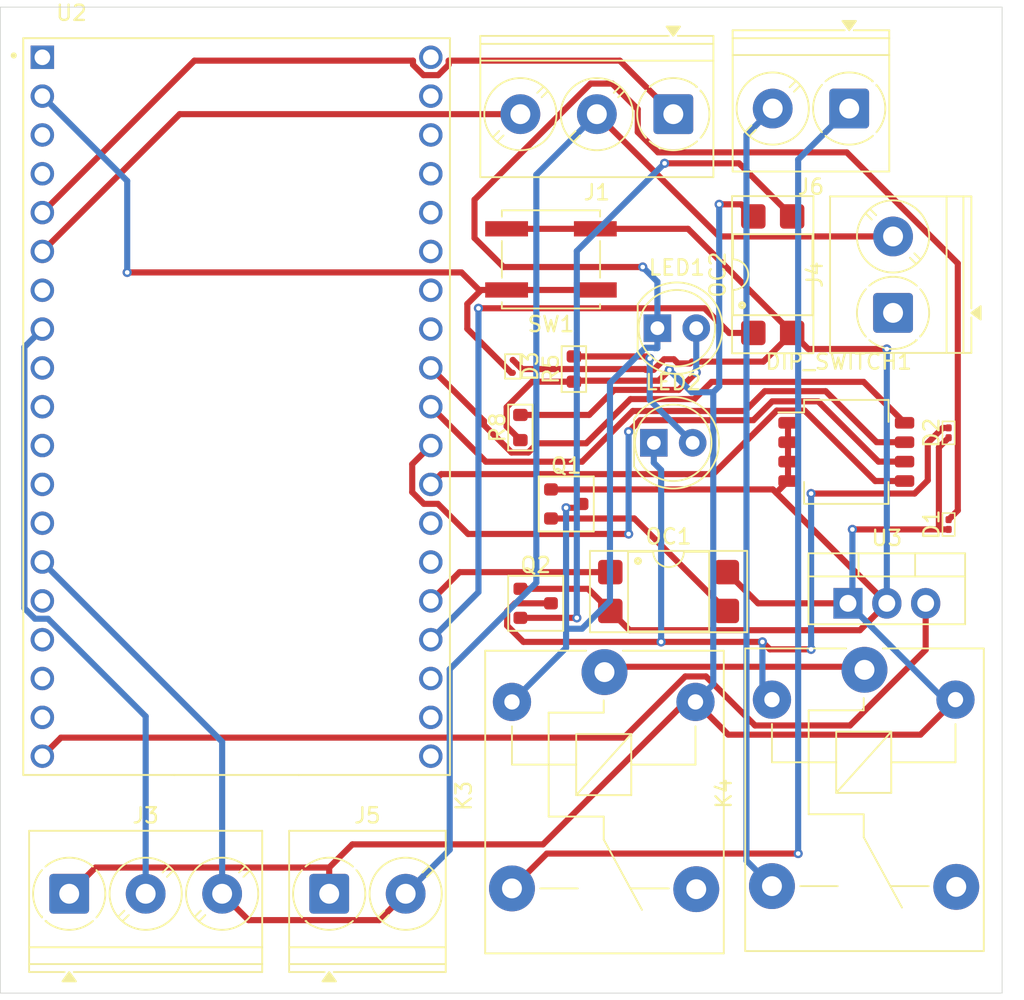
<source format=kicad_pcb>
(kicad_pcb (version 20241229) (generator "pcbnew") (generator_version "9.0")
  (layers (0 "F.Cu" signal) (2 "B.Cu" signal) (13 "F.Paste" user) (15 "B.Paste" user) (5 "F.SilkS" user "F.Silkscreen") (7 "B.SilkS" user "B.Silkscreen") (1 "F.Mask" user) (3 "B.Mask" user) (25 "Edge.Cuts" user))
  (net 0 "")
  (net 1 "/Micro_Board/12V")
  (net 2 "Net-(D1-A)")
  (net 3 "Net-(D2-A)")
  (net 4 "/Micro_Board/RST")
  (net 5 "GND")
  (net 6 "/Micro_Board/SW4")
  (net 7 "/Micro_Board/SW2")
  (net 8 "/Micro_Board/SW3")
  (net 9 "/Micro_Board/SW1")
  (net 10 "/Micro_Board/LSA")
  (net 11 "Earth")
  (net 12 "/Micro_Board/lSC")
  (net 13 "/Micro_Board/CON_IN_F")
  (net 14 "VDD")
  (net 15 "/Micro_Board/MOTOR 2")
  (net 16 "/Micro_Board/MOTOR 1")
  (net 18 "LINE")
  (net 20 "Net-(LED1-A)")
  (net 21 "Net-(LED2-A)")
  (net 22 "/Micro_Board/MICRO/MOTOR A")
  (net 23 "Net-(Q1-B)")
  (net 24 "Net-(Q2-B)")
  (net 25 "/Micro_Board/MICRO/MOTOR B")
  (net 31 "/Micro_Board/L/5V")
  (footprint "ESP32-DEVKITC-32U:MODULE_ESP32-DEVKITC-32U" (layer "F.Cu") (at 69.945 58.13)
    (property "Reference" "U2" (at -10.795 -25.75 0) (layer "F.SilkS"))
    (property "Value" "ESP32-DEVKITC-32U")
    (pad "1" thru_hole rect (at -12.7 -22.85) (size 1.53 1.53) (drill 1.02) (layers "*.Cu" "*.Mask"))
    (pad "2" thru_hole circle (at -12.7 -20.31) (size 1.53 1.53) (drill 1.02) (layers "*.Cu" "*.Mask") (net 4 "/Micro_Board/RST"))
    (pad "3" thru_hole circle (at -12.7 -17.77) (size 1.53 1.53) (drill 1.02) (layers "*.Cu" "*.Mask"))
    (pad "4" thru_hole circle (at -12.7 -15.23) (size 1.53 1.53) (drill 1.02) (layers "*.Cu" "*.Mask"))
    (pad "5" thru_hole circle (at -12.7 -12.69) (size 1.53 1.53) (drill 1.02) (layers "*.Cu" "*.Mask") (net 10 "/Micro_Board/LSA"))
    (pad "6" thru_hole circle (at -12.7 -10.15) (size 1.53 1.53) (drill 1.02) (layers "*.Cu" "*.Mask") (net 12 "/Micro_Board/lSC"))
    (pad "7" thru_hole circle (at -12.7 -7.61) (size 1.53 1.53) (drill 1.02) (layers "*.Cu" "*.Mask"))
    (pad "8" thru_hole circle (at -12.7 -5.07) (size 1.53 1.53) (drill 1.02) (layers "*.Cu" "*.Mask") (net 13 "/Micro_Board/CON_IN_F"))
    (pad "9" thru_hole circle (at -12.7 -2.53) (size 1.53 1.53) (drill 1.02) (layers "*.Cu" "*.Mask"))
    (pad "10" thru_hole circle (at -12.7 0.01) (size 1.53 1.53) (drill 1.02) (layers "*.Cu" "*.Mask"))
    (pad "11" thru_hole circle (at -12.7 2.55) (size 1.53 1.53) (drill 1.02) (layers "*.Cu" "*.Mask"))
    (pad "12" thru_hole circle (at -12.7 5.09) (size 1.53 1.53) (drill 1.02) (layers "*.Cu" "*.Mask"))
    (pad "13" thru_hole circle (at -12.7 7.63) (size 1.53 1.53) (drill 1.02) (layers "*.Cu" "*.Mask"))
    (pad "14" thru_hole circle (at -12.7 10.17) (size 1.53 1.53) (drill 1.02) (layers "*.Cu" "*.Mask") (net 11 "Earth"))
    (pad "15" thru_hole circle (at -12.7 12.71) (size 1.53 1.53) (drill 1.02) (layers "*.Cu" "*.Mask"))
    (pad "16" thru_hole circle (at -12.7 15.25) (size 1.53 1.53) (drill 1.02) (layers "*.Cu" "*.Mask"))
    (pad "17" thru_hole circle (at -12.7 17.79) (size 1.53 1.53) (drill 1.02) (layers "*.Cu" "*.Mask"))
    (pad "18" thru_hole circle (at -12.7 20.33) (size 1.53 1.53) (drill 1.02) (layers "*.Cu" "*.Mask"))
    (pad "19" thru_hole circle (at -12.7 22.87) (size 1.53 1.53) (drill 1.02) (layers "*.Cu" "*.Mask") (net 31 "/Micro_Board/L/5V"))
    (pad "20" thru_hole circle (at 12.7 22.87) (size 1.53 1.53) (drill 1.02) (layers "*.Cu" "*.Mask"))
    (pad "21" thru_hole circle (at 12.7 20.33) (size 1.53 1.53) (drill 1.02) (layers "*.Cu" "*.Mask"))
    (pad "22" thru_hole circle (at 12.7 17.79) (size 1.53 1.53) (drill 1.02) (layers "*.Cu" "*.Mask"))
    (pad "23" thru_hole circle (at 12.7 15.25) (size 1.53 1.53) (drill 1.02) (layers "*.Cu" "*.Mask") (net 25 "/Micro_Board/MICRO/MOTOR B"))
    (pad "24" thru_hole circle (at 12.7 12.71) (size 1.53 1.53) (drill 1.02) (layers "*.Cu" "*.Mask") (net 22 "/Micro_Board/MICRO/MOTOR A"))
    (pad "25" thru_hole circle (at 12.7 10.17) (size 1.53 1.53) (drill 1.02) (layers "*.Cu" "*.Mask"))
    (pad "26" thru_hole circle (at 12.7 7.63) (size 1.53 1.53) (drill 1.02) (layers "*.Cu" "*.Mask"))
    (pad "27" thru_hole circle (at 12.7 5.09) (size 1.53 1.53) (drill 1.02) (layers "*.Cu" "*.Mask") (net 6 "/Micro_Board/SW4"))
    (pad "28" thru_hole circle (at 12.7 2.55) (size 1.53 1.53) (drill 1.02) (layers "*.Cu" "*.Mask") (net 8 "/Micro_Board/SW3"))
    (pad "29" thru_hole circle (at 12.7 0.01) (size 1.53 1.53) (drill 1.02) (layers "*.Cu" "*.Mask") (net 7 "/Micro_Board/SW2"))
    (pad "30" thru_hole circle (at 12.7 -2.53) (size 1.53 1.53) (drill 1.02) (layers "*.Cu" "*.Mask") (net 9 "/Micro_Board/SW1"))
    (pad "31" thru_hole circle (at 12.7 -5.07) (size 1.53 1.53) (drill 1.02) (layers "*.Cu" "*.Mask"))
    (pad "32" thru_hole circle (at 12.7 -7.61) (size 1.53 1.53) (drill 1.02) (layers "*.Cu" "*.Mask"))
    (pad "33" thru_hole circle (at 12.7 -10.15) (size 1.53 1.53) (drill 1.02) (layers "*.Cu" "*.Mask"))
    (pad "34" thru_hole circle (at 12.7 -12.69) (size 1.53 1.53) (drill 1.02) (layers "*.Cu" "*.Mask"))
    (pad "35" thru_hole circle (at 12.7 -15.23) (size 1.53 1.53) (drill 1.02) (layers "*.Cu" "*.Mask"))
    (pad "36" thru_hole circle (at 12.7 -17.77) (size 1.53 1.53) (drill 1.02) (layers "*.Cu" "*.Mask"))
    (pad "37" thru_hole circle (at 12.7 -20.31) (size 1.53 1.53) (drill 1.02) (layers "*.Cu" "*.Mask"))
    (pad "38" thru_hole circle (at 12.7 -22.85) (size 1.53 1.53) (drill 1.02) (layers "*.Cu" "*.Mask"))
  )
  (footprint "LED_THT:LED_D5.0mm" (layer "F.Cu") (at 97.46 53)
    (property "Reference" "LED1" (at 1.27 -3.96 0) (layer "F.SilkS"))
    (property "Value" "LED_0603_Red")
    (pad "1" thru_hole rect (at 0 0) (size 1.8 1.8) (drill 0.9) (layers "*.Cu" "*.Mask") (net 2 "Net-(D1-A)"))
    (pad "2" thru_hole circle (at 2.54 0) (size 1.8 1.8) (drill 0.9) (layers "*.Cu" "*.Mask") (net 20 "Net-(LED1-A)"))
  )
  (footprint "LED_THT:LED_D5.0mm" (layer "F.Cu") (at 97.225 60.5)
    (property "Reference" "LED2" (at 1.27 -3.96 0) (layer "F.SilkS"))
    (property "Value" "LED_0603_Red")
    (pad "1" thru_hole rect (at 0 0) (size 1.8 1.8) (drill 0.9) (layers "*.Cu" "*.Mask") (net 3 "Net-(D2-A)"))
    (pad "2" thru_hole circle (at 2.54 0) (size 1.8 1.8) (drill 0.9) (layers "*.Cu" "*.Mask") (net 21 "Net-(LED2-A)"))
  )
  (footprint "PCM_Resistor_SMD_AKL:R_0603_1608Metric" (layer "F.Cu") (at 92 55.675 90)
    (property "Reference" "R5" (at 0 -1.5 90) (layer "F.SilkS"))
    (property "Value" "2k" (hide yes))
    (pad "1" smd roundrect (at -0.825 0 90) (size 0.8 0.95) (layers "F.Cu" "F.Mask" "F.Paste") (net 1 "/Micro_Board/12V"))
    (pad "2" smd roundrect (at 0.825 0 90) (size 0.8 0.95) (layers "F.Cu" "F.Mask" "F.Paste") (net 21 "Net-(LED2-A)"))
  )
  (footprint "PCM_Package_TO_SOT_SMD_AKL:SOT-23" (layer "F.Cu") (at 89.5 71)
    (property "Reference" "Q2" (at 0 -2.5 0) (layer "F.SilkS"))
    (property "Value" "2N2219" (hide yes))
    (pad "1" smd roundrect (at -1 -0.95) (size 0.9 0.8) (layers "F.Cu" "F.Mask" "F.Paste") (net 5 "GND"))
    (pad "2" smd roundrect (at -1 0.95) (size 0.9 0.8) (layers "F.Cu" "F.Mask" "F.Paste") (net 24 "Net-(Q2-B)"))
    (pad "3" smd roundrect (at 1 0) (size 0.9 0.8) (layers "F.Cu" "F.Mask" "F.Paste") (net 3 "Net-(D2-A)"))
  )
  (footprint "Relay_THT:Relay_SPDT_SANYOU_SRD_Series_Form_C" (layer "F.Cu") (at 94 75.5 -90)
    (property "Reference" "K3" (at 8.1 9.2 90) (layer "F.SilkS"))
    (property "Value" "SANYOU_SRD_Form_C")
    (pad "1" thru_hole circle (at 0 0) (size 3 3) (drill 1.3) (layers "*.Cu" "*.Mask") (net 18 "LINE"))
    (pad "2" thru_hole circle (at 1.95 6.05) (size 2.5 2.5) (drill 1) (layers "*.Cu" "*.Mask") (net 2 "Net-(D1-A)"))
    (pad "3" thru_hole circle (at 14.15 6.05) (size 3 3) (drill 1.3) (layers "*.Cu" "*.Mask") (net 16 "/Micro_Board/MOTOR 1"))
    (pad "4" thru_hole circle (at 14.2 -6) (size 3 3) (drill 1.3) (layers "*.Cu" "*.Mask"))
    (pad "5" thru_hole circle (at 1.95 -5.95) (size 2.5 2.5) (drill 1) (layers "*.Cu" "*.Mask") (net 1 "/Micro_Board/12V"))
  )
  (footprint "TerminalBlock_Phoenix:TerminalBlock_Phoenix_PT-1,5-3-5.0-H_1x03_P5.00mm_Horizontal" (layer "F.Cu") (at 98.5 39 180)
    (property "Reference" "J1" (at 5 -5.12 0) (layer "F.SilkS"))
    (property "Value" "Screw_Terminal_01x03")
    (pad "1" thru_hole roundrect (at 0 0 180) (size 2.6 2.6) (drill 1.3) (layers "*.Cu" "*.Mask") (roundrect_rratio 0.096154) (net 10 "/Micro_Board/LSA"))
    (pad "2" thru_hole circle (at 5 0 180) (size 2.6 2.6) (drill 1.3) (layers "*.Cu" "*.Mask") (net 11 "Earth"))
    (pad "3" thru_hole circle (at 10 0 180) (size 2.6 2.6) (drill 1.3) (layers "*.Cu" "*.Mask") (net 12 "/Micro_Board/lSC"))
  )
  (footprint "PCM_Resistor_SMD_AKL:R_0603_1608Metric" (layer "F.Cu") (at 88.5 59.5 90)
    (property "Reference" "R8" (at 0 -1.5 90) (layer "F.SilkS"))
    (property "Value" "2k" (hide yes))
    (pad "1" smd roundrect (at -0.825 0 90) (size 0.8 0.95) (layers "F.Cu" "F.Mask" "F.Paste") (net 1 "/Micro_Board/12V"))
    (pad "2" smd roundrect (at 0.825 0 90) (size 0.8 0.95) (layers "F.Cu" "F.Mask" "F.Paste") (net 20 "Net-(LED1-A)"))
  )
  (footprint "TerminalBlock_Phoenix:TerminalBlock_Phoenix_PT-1,5-3-5.0-H_1x03_P5.00mm_Horizontal" (layer "F.Cu") (at 59 90)
    (property "Reference" "J3" (at 5 -5.12 0) (layer "F.SilkS"))
    (property "Value" "Screw_Terminal_01x03")
    (pad "1" thru_hole roundrect (at 0 0) (size 2.6 2.6) (drill 1.3) (layers "*.Cu" "*.Mask") (roundrect_rratio 0.096154) (net 1 "/Micro_Board/12V"))
    (pad "2" thru_hole circle (at 5 0) (size 2.6 2.6) (drill 1.3) (layers "*.Cu" "*.Mask") (net 13 "/Micro_Board/CON_IN_F"))
    (pad "3" thru_hole circle (at 10 0) (size 2.6 2.6) (drill 1.3) (layers "*.Cu" "*.Mask") (net 11 "Earth"))
  )
  (footprint "Button_Switch_SMD:SW_DIP_SPSTx04_Slide_KingTek_DSHP04TS_W7.62mm_P1.27mm" (layer "F.Cu") (at 109.81 61.095)
    (property "Reference" "DIP_SWITCH1" (at -0.5 -5.9 0) (layer "F.SilkS"))
    (property "Value" "SW_DIP_x04")
    (pad "1" smd roundrect (at -3.81 -1.905) (size 1.27 0.76) (layers "F.Cu" "F.Mask" "F.Paste") (net 5 "GND"))
    (pad "2" smd roundrect (at -3.81 -0.635) (size 1.27 0.76) (layers "F.Cu" "F.Mask" "F.Paste") (net 5 "GND"))
    (pad "3" smd roundrect (at -3.81 0.635) (size 1.27 0.76) (layers "F.Cu" "F.Mask" "F.Paste") (net 5 "GND"))
    (pad "4" smd roundrect (at -3.81 1.905) (size 1.27 0.76) (layers "F.Cu" "F.Mask" "F.Paste") (net 5 "GND"))
    (pad "5" smd roundrect (at 3.81 1.905) (size 1.27 0.76) (layers "F.Cu" "F.Mask" "F.Paste") (net 6 "/Micro_Board/SW4"))
    (pad "6" smd roundrect (at 3.81 0.635) (size 1.27 0.76) (layers "F.Cu" "F.Mask" "F.Paste") (net 8 "/Micro_Board/SW3"))
    (pad "7" smd roundrect (at 3.81 -0.635) (size 1.27 0.76) (layers "F.Cu" "F.Mask" "F.Paste") (net 7 "/Micro_Board/SW2"))
    (pad "8" smd roundrect (at 3.81 -1.905) (size 1.27 0.76) (layers "F.Cu" "F.Mask" "F.Paste") (net 9 "/Micro_Board/SW1"))
  )
  (footprint "PCM_Package_TO_SOT_SMD_AKL:SOT-23" (layer "F.Cu") (at 91.5 64.5)
    (property "Reference" "Q1" (at 0 -2.5 0) (layer "F.SilkS"))
    (property "Value" "2N2219" (hide yes))
    (pad "1" smd roundrect (at -1 -0.95) (size 0.9 0.8) (layers "F.Cu" "F.Mask" "F.Paste") (net 5 "GND"))
    (pad "2" smd roundrect (at -1 0.95) (size 0.9 0.8) (layers "F.Cu" "F.Mask" "F.Paste") (net 23 "Net-(Q1-B)"))
    (pad "3" smd roundrect (at 1 0) (size 0.9 0.8) (layers "F.Cu" "F.Mask" "F.Paste") (net 2 "Net-(D1-A)"))
  )
  (footprint "PCM_Package_DIP_AKL:DIP-4_W7.62mm_SMDSocket_SmallPads" (layer "F.Cu") (at 105 49.5 90)
    (property "Reference" "OC2" (at 0 -3.6 90) (layer "F.SilkS"))
    (property "Value" "PC817" (hide yes))
    (pad "1" smd roundrect (at -3.81 -1.27 90) (size 1.6 1.6) (layers "F.Cu" "F.Mask" "F.Paste") (roundrect_rratio 0.15625) (net 25 "/Micro_Board/MICRO/MOTOR B"))
    (pad "2" smd roundrect (at -3.81 1.27 90) (size 1.6 1.6) (layers "F.Cu" "F.Mask" "F.Paste") (roundrect_rratio 0.15625) (net 5 "GND"))
    (pad "3" smd roundrect (at 3.81 1.27 90) (size 1.6 1.6) (layers "F.Cu" "F.Mask" "F.Paste") (roundrect_rratio 0.15625) (net 24 "Net-(Q2-B)"))
    (pad "4" smd roundrect (at 3.81 -1.27 90) (size 1.6 1.6) (layers "F.Cu" "F.Mask" "F.Paste") (roundrect_rratio 0.15625) (net 1 "/Micro_Board/12V"))
  )
  (footprint "Button_Switch_SMD:SW_Push_1P1T_NO_CK_KSC7xxJ" (layer "F.Cu") (at 90.5 48.5)
    (property "Reference" "SW1" (at 0 4.24 0) (layer "F.SilkS"))
    (property "Value" "SW_Push")
    (pad "1" smd rect (at -2.9 -2) (size 2.8 1) (layers "F.Cu" "F.Mask" "F.Paste") (net 5 "GND"))
    (pad "1" smd rect (at 2.9 -2) (size 2.8 1) (layers "F.Cu" "F.Mask" "F.Paste") (net 5 "GND"))
    (pad "2" smd rect (at -2.9 2) (size 2.8 1) (layers "F.Cu" "F.Mask" "F.Paste") (net 4 "/Micro_Board/RST"))
    (pad "2" smd rect (at 2.9 2) (size 2.8 1) (layers "F.Cu" "F.Mask" "F.Paste") (net 4 "/Micro_Board/RST"))
  )
  (footprint "PCM_Diode_SMD_AKL:D_SOD-923_TVS" (layer "F.Cu") (at 88 55.5 -90)
    (property "Reference" "D3" (at 0 -1.143 90) (layer "F.SilkS"))
    (property "Value" "ESD9B3.3" (hide yes))
    (pad "1" smd roundrect (at -0.42 0 90) (size 0.36 0.25) (layers "F.Cu" "F.Mask" "F.Paste") (net 5 "GND"))
    (pad "2" smd roundrect (at 0.42 0 90) (size 0.36 0.25) (layers "F.Cu" "F.Mask" "F.Paste") (net 4 "/Micro_Board/RST"))
  )
  (footprint "TerminalBlock_Phoenix:TerminalBlock_Phoenix_PT-1,5-2-5.0-H_1x02_P5.00mm_Horizontal" (layer "F.Cu") (at 110 38.6325 180)
    (property "Reference" "J6" (at 2.5 -5.12 0) (layer "F.SilkS"))
    (property "Value" "Screw_Terminal_01x02")
    (pad "1" thru_hole roundrect (at 0 0 180) (size 2.6 2.6) (drill 1.3) (layers "*.Cu" "*.Mask") (roundrect_rratio 0.096154) (net 16 "/Micro_Board/MOTOR 1"))
    (pad "2" thru_hole circle (at 5 0 180) (size 2.6 2.6) (drill 1.3) (layers "*.Cu" "*.Mask") (net 15 "/Micro_Board/MOTOR 2"))
  )
  (footprint "PCM_Diode_SMD_AKL:D_0201_0603Metric_TVS" (layer "F.Cu") (at 116.5 59.845 90)
    (property "Reference" "D2" (at 0 -1.1176 90) (layer "F.SilkS"))
    (property "Value" "1N914BWS" (hide yes))
    (pad "1" smd roundrect (at -0.32 0 90) (size 0.46 0.4) (layers "F.Cu" "F.Mask") (net 1 "/Micro_Board/12V"))
    (pad "2" smd roundrect (at 0.32 0 90) (size 0.46 0.4) (layers "F.Cu" "F.Mask") (net 3 "Net-(D2-A)"))
  )
  (footprint "TerminalBlock_Phoenix:TerminalBlock_Phoenix_PT-1,5-2-5.0-H_1x02_P5.00mm_Horizontal" (layer "F.Cu") (at 112.8675 52 90)
    (property "Reference" "J4" (at 2.5 -5.12 90) (layer "F.SilkS"))
    (property "Value" "Screw_Terminal_01x02")
    (pad "1" thru_hole roundrect (at 0 0 90) (size 2.6 2.6) (drill 1.3) (layers "*.Cu" "*.Mask") (roundrect_rratio 0.096154) (net 14 "VDD"))
    (pad "2" thru_hole circle (at 5 0 90) (size 2.6 2.6) (drill 1.3) (layers "*.Cu" "*.Mask") (net 11 "Earth"))
  )
  (footprint "TerminalBlock_Phoenix:TerminalBlock_Phoenix_PT-1,5-2-5.0-H_1x02_P5.00mm_Horizontal" (layer "F.Cu") (at 76 90)
    (property "Reference" "J5" (at 2.5 -5.12 0) (layer "F.SilkS"))
    (property "Value" "Screw_Terminal_01x02")
    (pad "1" thru_hole roundrect (at 0 0) (size 2.6 2.6) (drill 1.3) (layers "*.Cu" "*.Mask") (roundrect_rratio 0.096154) (net 1 "/Micro_Board/12V"))
    (pad "2" thru_hole circle (at 5 0) (size 2.6 2.6) (drill 1.3) (layers "*.Cu" "*.Mask") (net 11 "Earth"))
  )
  (footprint "PCM_Package_DIP_AKL:DIP-4_W7.62mm_SMDSocket_SmallPads" (layer "F.Cu") (at 98.19 70.23)
    (property "Reference" "OC1" (at 0 -3.6 0) (layer "F.SilkS"))
    (property "Value" "PC817" (hide yes))
    (pad "1" smd roundrect (at -3.81 -1.27) (size 1.6 1.6) (layers "F.Cu" "F.Mask" "F.Paste") (roundrect_rratio 0.15625) (net 22 "/Micro_Board/MICRO/MOTOR A"))
    (pad "2" smd roundrect (at -3.81 1.27) (size 1.6 1.6) (layers "F.Cu" "F.Mask" "F.Paste") (roundrect_rratio 0.15625) (net 5 "GND"))
    (pad "3" smd roundrect (at 3.81 1.27) (size 1.6 1.6) (layers "F.Cu" "F.Mask" "F.Paste") (roundrect_rratio 0.15625) (net 23 "Net-(Q1-B)"))
    (pad "4" smd roundrect (at 3.81 -1.27) (size 1.6 1.6) (layers "F.Cu" "F.Mask" "F.Paste") (roundrect_rratio 0.15625) (net 1 "/Micro_Board/12V"))
  )
  (footprint "PCM_Diode_SMD_AKL:D_0201_0603Metric_TVS" (layer "F.Cu") (at 116.5 65.845 90)
    (property "Reference" "D1" (at 0 -1.1176 90) (layer "F.SilkS"))
    (property "Value" "1N914BWS" (hide yes))
    (pad "1" smd roundrect (at -0.32 0 90) (size 0.46 0.4) (layers "F.Cu" "F.Mask") (net 1 "/Micro_Board/12V"))
    (pad "2" smd roundrect (at 0.32 0 90) (size 0.46 0.4) (layers "F.Cu" "F.Mask") (net 2 "Net-(D1-A)"))
  )
  (footprint "Relay_THT:Relay_SPDT_SANYOU_SRD_Series_Form_C" (layer "F.Cu") (at 111 75.35 -90)
    (property "Reference" "K4" (at 8.1 9.2 90) (layer "F.SilkS"))
    (property "Value" "SANYOU_SRD_Form_C")
    (pad "1" thru_hole circle (at 0 0) (size 3 3) (drill 1.3) (layers "*.Cu" "*.Mask") (net 18 "LINE"))
    (pad "2" thru_hole circle (at 1.95 6.05) (size 2.5 2.5) (drill 1) (layers "*.Cu" "*.Mask") (net 3 "Net-(D2-A)"))
    (pad "3" thru_hole circle (at 14.15 6.05) (size 3 3) (drill 1.3) (layers "*.Cu" "*.Mask") (net 15 "/Micro_Board/MOTOR 2"))
    (pad "4" thru_hole circle (at 14.2 -6) (size 3 3) (drill 1.3) (layers "*.Cu" "*.Mask"))
    (pad "5" thru_hole circle (at 1.95 -5.95) (size 2.5 2.5) (drill 1) (layers "*.Cu" "*.Mask") (net 1 "/Micro_Board/12V"))
  )
  (footprint "PCM_Package_TO_SOT_THT_AKL:TO-220-3_Vertical" (layer "F.Cu") (at 109.92 71)
    (property "Reference" "U3" (at 2.54 -4.27 0) (layer "F.SilkS"))
    (property "Value" "LM7805CT" (hide yes))
    (pad "1" thru_hole rect (at 0 0) (size 1.905 2) (drill 1.1) (layers "*.Cu" "*.Mask") (net 1 "/Micro_Board/12V"))
    (pad "2" thru_hole oval (at 2.54 0) (size 1.905 2) (drill 1.1) (layers "*.Cu" "*.Mask") (net 5 "GND"))
    (pad "3" thru_hole oval (at 5.08 0) (size 1.905 2) (drill 1.1) (layers "*.Cu" "*.Mask") (net 31 "/Micro_Board/L/5V"))
  )
  (gr_line (start 120 96.5) (end 54.5 96.5) (stroke (width 0.05)) (layer "Edge.Cuts"))
  (gr_line (start 54.5 96.5) (end 54.5 32) (stroke (width 0.05)) (layer "Edge.Cuts"))
  (gr_line (start 54.5 32) (end 120 32) (stroke (width 0.05)) (layer "Edge.Cuts"))
  (gr_line (start 120 32) (end 120 96.5) (stroke (width 0.05)) (layer "Edge.Cuts"))
  (segment (start 115.8644 60.8006) (end 115.8644 66.165) (width 0.4) (layer "F.Cu") (net 1))
  (segment (start 60.7162 88.2838) (end 59 90) (width 0.4) (layer "F.Cu") (net 1))
  (segment (start 97.5409 56.4354) (end 92.0646 56.4354) (width 0.4) (layer "F.Cu") (net 1))
  (segment (start 92.0646 56.4354) (end 92 56.5) (width 0.4) (layer "F.Cu") (net 1))
  (segment (start 114.658 79.5915) (end 116.95 77.3) (width 0.4) (layer "F.Cu") (net 1))
  (segment (start 87.603 58.1664) (end 87.603 59.428) (width 0.4) (layer "F.Cu") (net 1))
  (segment (start 99.2992 77.45) (end 89.9796 86.7696) (width 0.4) (layer "F.Cu") (net 1))
  (segment (start 116.5 66.165) (end 115.8644 66.165) (width 0.4) (layer "F.Cu") (net 1))
  (segment (start 102.092 79.5915) (end 114.658 79.5915) (width 0.4) (layer "F.Cu") (net 1))
  (segment (start 98.2427 55.7336) (end 97.5409 56.4354) (width 0.4) (layer "F.Cu") (net 1))
  (segment (start 92 56.5) (end 89.2694 56.5) (width 0.4) (layer "F.Cu") (net 1))
  (segment (start 116.5 60.165) (end 115.8644 60.8006) (width 0.4) (layer "F.Cu") (net 1))
  (segment (start 104.04 71) (end 102 68.96) (width 0.4) (layer "F.Cu") (net 1))
  (segment (start 89.9796 86.7696) (end 77.5142 86.7696) (width 0.4) (layer "F.Cu") (net 1))
  (segment (start 76 88.2838) (end 60.7162 88.2838) (width 0.4) (layer "F.Cu") (net 1))
  (segment (start 102.939 44.8991) (end 101.5 44.8991) (width 0.4) (layer "F.Cu") (net 1))
  (segment (start 77.5142 86.7696) (end 76 88.2838) (width 0.4) (layer "F.Cu") (net 1))
  (segment (start 99.95 77.45) (end 102.092 79.5915) (width 0.4) (layer "F.Cu") (net 1))
  (segment (start 87.603 59.428) (end 88.5 60.325) (width 0.4) (layer "F.Cu") (net 1))
  (segment (start 76 88.2838) (end 76 90) (width 0.4) (layer "F.Cu") (net 1))
  (segment (start 109.92 71) (end 104.04 71) (width 0.4) (layer "F.Cu") (net 1))
  (segment (start 103.73 45.69) (end 102.939 44.8991) (width 0.4) (layer "F.Cu") (net 1))
  (segment (start 115.8644 66.165) (end 110.2098 66.165) (width 0.4) (layer "F.Cu") (net 1))
  (segment (start 99.95 77.45) (end 99.2992 77.45) (width 0.4) (layer "F.Cu") (net 1))
  (segment (start 89.2694 56.5) (end 87.603 58.1664) (width 0.4) (layer "F.Cu") (net 1))
  (via (at 101.5 44.8991) (size 0.6) (drill 0.3) (layers "F.Cu" "B.Cu") (net 1))
  (via (at 98.2427 55.7336) (size 0.6) (drill 0.3) (layers "F.Cu" "B.Cu") (net 1))
  (via (at 110.2098 66.165) (size 0.6) (drill 0.3) (layers "F.Cu" "B.Cu") (net 1))
  (segment (start 99.95 77.45) (end 101.112 76.2875) (width 0.4) (layer "B.Cu") (net 1))
  (segment (start 99.7004 57.1913) (end 98.2427 55.7336) (width 0.4) (layer "B.Cu") (net 1))
  (segment (start 101.5 44.8991) (end 101.5 56.8038) (width 0.4) (layer "B.Cu") (net 1))
  (segment (start 116.22 77.3) (end 116.95 77.3) (width 0.4) (layer "B.Cu") (net 1))
  (segment (start 101.5 56.8038) (end 101.112 57.1913) (width 0.4) (layer "B.Cu") (net 1))
  (segment (start 109.92 71) (end 110.2098 71.2898) (width 0.4) (layer "B.Cu") (net 1))
  (segment (start 110.2098 71.2898) (end 116.22 77.3) (width 0.4) (layer "B.Cu") (net 1))
  (segment (start 101.112 57.1913) (end 99.7004 57.1913) (width 0.4) (layer "B.Cu") (net 1))
  (segment (start 110.2098 71.2898) (end 110.2098 66.165) (width 0.4) (layer "B.Cu") (net 1))
  (segment (start 101.112 76.2875) (end 101.112 57.1913) (width 0.4) (layer "B.Cu") (net 1))
  (segment (start 93.094422 37) (end 85.5 44.594422) (width 0.4) (layer "F.Cu") (net 2))
  (segment (start 117.101 64.924) (end 117.101 48.76108) (width 0.4) (layer "F.Cu") (net 2))
  (segment (start 96.174971 40.174971) (end 96.174971 38.674971) (width 0.4) (layer "F.Cu") (net 2))
  (segment (start 91.4876 64.7495) (end 92.2505 64.7495) (width 0.4) (layer "F.Cu") (net 2))
  (segment (start 96.174971 38.674971) (end 94.5 37) (width 0.4) (layer "F.Cu") (net 2))
  (segment (start 117.101 48.76108) (end 109.83992 41.5) (width 0.4) (layer "F.Cu") (net 2))
  (segment (start 87.398 49) (end 96.5 49) (width 0.4) (layer "F.Cu") (net 2))
  (segment (start 109.83992 41.5) (end 97.5 41.5) (width 0.4) (layer "F.Cu") (net 2))
  (segment (start 92.2505 64.7495) (end 92.5 64.5) (width 0.4) (layer "F.Cu") (net 2))
  (segment (start 85.5 44.594422) (end 85.5 47.102) (width 0.4) (layer "F.Cu") (net 2))
  (segment (start 97.5 41.5) (end 96.174971 40.174971) (width 0.4) (layer "F.Cu") (net 2))
  (segment (start 85.5 47.102) (end 87.398 49) (width 0.4) (layer "F.Cu") (net 2))
  (segment (start 94.5 37) (end 93.094422 37) (width 0.4) (layer "F.Cu") (net 2))
  (segment (start 116.5 65.525) (end 117.101 64.924) (width 0.4) (layer "F.Cu") (net 2))
  (via (at 96.5 49) (size 0.6) (drill 0.3) (layers "F.Cu" "B.Cu") (net 2))
  (via (at 91.4876 64.7495) (size 0.6) (drill 0.3) (layers "F.Cu" "B.Cu") (net 2))
  (segment (start 94.3572 56.593) (end 94.3572 70.8377) (width 0.4) (layer "B.Cu") (net 2))
  (segment (start 96.6684 54.2818) (end 94.3572 56.593) (width 0.4) (layer "B.Cu") (net 2))
  (segment (start 94.3572 70.8377) (end 92.5334 72.6615) (width 0.4) (layer "B.Cu") (net 2))
  (segment (start 97.46 49.96) (end 97.46 53) (width 0.4) (layer "B.Cu") (net 2))
  (segment (start 97.46 53) (end 97.46 54.3017) (width 0.4) (layer "B.Cu") (net 2))
  (segment (start 96.5 49) (end 97.46 49.96) (width 0.4) (layer "B.Cu") (net 2))
  (segment (start 91.4876 73.9124) (end 91.4876 72.6615) (width 0.4) (layer "B.Cu") (net 2))
  (segment (start 97.2694 54.3017) (end 97.2495 54.2818) (width 0.4) (layer "B.Cu") (net 2))
  (segment (start 97.46 54.3017) (end 97.2694 54.3017) (width 0.4) (layer "B.Cu") (net 2))
  (segment (start 87.95 77.45) (end 91.4876 73.9124) (width 0.4) (layer "B.Cu") (net 2))
  (segment (start 91.4876 72.6615) (end 91.4876 64.7495) (width 0.4) (layer "B.Cu") (net 2))
  (segment (start 92.5334 72.6615) (end 91.4876 72.6615) (width 0.4) (layer "B.Cu") (net 2))
  (segment (start 97.2495 54.2818) (end 96.6684 54.2818) (width 0.4) (layer "B.Cu") (net 2))
  (segment (start 87.6336 71.5114) (end 88.145 71) (width 0.4) (layer "F.Cu") (net 3))
  (segment (start 116.1166 59.525) (end 115.1386 60.503) (width 0.4) (layer "F.Cu") (net 3))
  (segment (start 97.7028 73.5237) (end 88.6982 73.5237) (width 0.4) (layer "F.Cu") (net 3))
  (segment (start 116.5 59.525) (end 116.1166 59.525) (width 0.4) (layer "F.Cu") (net 3))
  (segment (start 88.145 71) (end 90.5 71) (width 0.4) (layer "F.Cu") (net 3))
  (segment (start 88.6982 73.5237) (end 87.6336 72.4591) (width 0.4) (layer "F.Cu") (net 3))
  (segment (start 104.8128 74.0105) (end 104.326 73.5237) (width 0.4) (layer "F.Cu") (net 3))
  (segment (start 87.6336 72.4591) (end 87.6336 71.5114) (width 0.4) (layer "F.Cu") (net 3))
  (segment (start 97.7028 73.5237) (end 104.326 73.5237) (width 0.4) (layer "F.Cu") (net 3))
  (segment (start 114.2762 63.818) (end 107.5086 63.818) (width 0.4) (layer "F.Cu") (net 3))
  (segment (start 115.1386 62.9556) (end 114.2762 63.818) (width 0.4) (layer "F.Cu") (net 3))
  (segment (start 115.1386 60.503) (end 115.1386 62.9556) (width 0.4) (layer "F.Cu") (net 3))
  (segment (start 107.5086 74.0105) (end 104.8128 74.0105) (width 0.4) (layer "F.Cu") (net 3))
  (via (at 97.7028 73.5237) (size 0.6) (drill 0.3) (layers "F.Cu" "B.Cu") (net 3))
  (via (at 107.5086 74.0105) (size 0.6) (drill 0.3) (layers "F.Cu" "B.Cu") (net 3))
  (via (at 107.5086 63.818) (size 0.6) (drill 0.3) (layers "F.Cu" "B.Cu") (net 3))
  (via (at 104.326 73.5237) (size 0.6) (drill 0.3) (layers "F.Cu" "B.Cu") (net 3))
  (segment (start 104.95 77.3) (end 104.326 76.6759) (width 0.4) (layer "B.Cu") (net 3))
  (segment (start 97.7028 62.2795) (end 97.7028 73.5237) (width 0.4) (layer "B.Cu") (net 3))
  (segment (start 104.326 76.6759) (end 104.326 73.5237) (width 0.4) (layer "B.Cu") (net 3))
  (segment (start 107.5086 74.0105) (end 107.5086 63.818) (width 0.4) (layer "B.Cu") (net 3))
  (segment (start 97.225 60.5) (end 97.225 61.8017) (width 0.4) (layer "B.Cu") (net 3))
  (segment (start 97.225 61.8017) (end 97.7028 62.2795) (width 0.4) (layer "B.Cu") (net 3))
  (segment (start 85.7983 50.5) (end 84.6516 49.3533) (width 0.4) (layer "F.Cu") (net 4))
  (segment (start 85.0306 53.0446) (end 85.0306 51.4121) (width 0.4) (layer "F.Cu") (net 4))
  (segment (start 88 55.92) (end 88 55.9201) (width 0.4) (layer "F.Cu") (net 4))
  (segment (start 84.6516 49.3533) (end 62.7917 49.3533) (width 0.4) (layer "F.Cu") (net 4))
  (segment (start 88 55.9201) (end 87.9061 55.9201) (width 0.4) (layer "F.Cu") (net 4))
  (segment (start 85.9427 50.5) (end 87.6 50.5) (width 0.4) (layer "F.Cu") (net 4))
  (segment (start 85.9427 50.5) (end 85.7983 50.5) (width 0.4) (layer "F.Cu") (net 4))
  (segment (start 85.0306 51.4121) (end 85.9427 50.5) (width 0.4) (layer "F.Cu") (net 4))
  (segment (start 87.9061 55.9201) (end 85.0306 53.0446) (width 0.4) (layer "F.Cu") (net 4))
  (segment (start 93.4 50.5) (end 87.6 50.5) (width 0.4) (layer "F.Cu") (net 4))
  (via (at 62.7917 49.3533) (size 0.6) (drill 0.3) (layers "F.Cu" "B.Cu") (net 4))
  (segment (start 62.7917 43.3667) (end 62.7917 49.3533) (width 0.4) (layer "B.Cu") (net 4))
  (segment (start 57.245 37.82) (end 62.7917 43.3667) (width 0.4) (layer "B.Cu") (net 4))
  (segment (start 106.27 53.31) (end 104.391 55.1889) (width 0.4) (layer "F.Cu") (net 5))
  (segment (start 105.23 63.77) (end 112.46 71) (width 0.4) (layer "F.Cu") (net 5))
  (segment (start 96.7112 55.728) (end 96.6582 55.675) (width 0.4) (layer "F.Cu") (net 5))
  (segment (start 99.7095 55.1889) (end 99.59 55.3084) (width 0.4) (layer "F.Cu") (net 5))
  (segment (start 99.46 46.5) (end 106.27 53.31) (width 0.4) (layer "F.Cu") (net 5))
  (segment (start 97.9031 55.0319) (end 97.207 55.728) (width 0.4) (layer "F.Cu") (net 5))
  (segment (start 106 63) (end 106 61.73) (width 0.4) (layer "F.Cu") (net 5))
  (segment (start 106 60.46) (end 106 59.19) (width 0.4) (layer "F.Cu") (net 5))
  (segment (start 93.4 46.5) (end 99.46 46.5) (width 0.4) (layer "F.Cu") (net 5))
  (segment (start 94.38 71.5) (end 95.6397 72.7597) (width 0.4) (layer "F.Cu") (net 5))
  (segment (start 90.5 63.55) (end 105.01 63.55) (width 0.4) (layer "F.Cu") (net 5))
  (segment (start 88.6058 55.675) (end 88.0108 55.08) (width 0.4) (layer "F.Cu") (net 5))
  (segment (start 92.93 70.05) (end 94.38 71.5) (width 0.4) (layer "F.Cu") (net 5))
  (segment (start 95.6397 72.7597) (end 110.7 72.7597) (width 0.4) (layer "F.Cu") (net 5))
  (segment (start 104.391 55.1889) (end 99.7095 55.1889) (width 0.4) (layer "F.Cu") (net 5))
  (segment (start 88.0108 55.08) (end 88 55.08) (width 0.4) (layer "F.Cu") (net 5))
  (segment (start 106 61.73) (end 106 60.46) (width 0.4) (layer "F.Cu") (net 5))
  (segment (start 97.207 55.728) (end 96.7112 55.728) (width 0.4) (layer "F.Cu") (net 5))
  (segment (start 106 63) (end 105.23 63.77) (width 0.4) (layer "F.Cu") (net 5))
  (segment (start 98.5333 55.0319) (end 97.9031 55.0319) (width 0.4) (layer "F.Cu") (net 5))
  (segment (start 99.59 55.3084) (end 98.8098 55.3084) (width 0.4) (layer "F.Cu") (net 5))
  (segment (start 96.6582 55.675) (end 88.6058 55.675) (width 0.4) (layer "F.Cu") (net 5))
  (segment (start 88.5 70.05) (end 92.93 70.05) (width 0.4) (layer "F.Cu") (net 5))
  (segment (start 110.7 72.7597) (end 112.46 71) (width 0.4) (layer "F.Cu") (net 5))
  (segment (start 106.27 53.31) (end 107.323 54.3634) (width 0.4) (layer "F.Cu") (net 5))
  (segment (start 107.323 54.3634) (end 112.46 54.3634) (width 0.4) (layer "F.Cu") (net 5))
  (segment (start 87.6 46.5) (end 93.4 46.5) (width 0.4) (layer "F.Cu") (net 5))
  (segment (start 105.01 63.55) (end 105.23 63.77) (width 0.4) (layer "F.Cu") (net 5))
  (segment (start 98.8098 55.3084) (end 98.5333 55.0319) (width 0.4) (layer "F.Cu") (net 5))
  (via (at 112.46 54.3634) (size 0.6) (drill 0.3) (layers "F.Cu" "B.Cu") (net 5))
  (segment (start 112.46 71) (end 112.46 54.3634) (width 0.4) (layer "B.Cu") (net 5))
  (segment (start 101.107 62.5481) (end 83.3169 62.5481) (width 0.4) (layer "F.Cu") (net 6))
  (segment (start 113.62 63) (end 111.7 63) (width 0.4) (layer "F.Cu") (net 6))
  (segment (start 83.3169 62.5481) (end 82.645 63.22) (width 0.4) (layer "F.Cu") (net 6))
  (segment (start 111.7 63) (end 107.091 58.3913) (width 0.4) (layer "F.Cu") (net 6))
  (segment (start 105.264 58.3913) (end 101.107 62.5481) (width 0.4) (layer "F.Cu") (net 6))
  (segment (start 107.091 58.3913) (end 105.264 58.3913) (width 0.4) (layer "F.Cu") (net 6))
  (segment (start 92.5361 61.7343) (end 86.2393 61.7343) (width 0.4) (layer "F.Cu") (net 7))
  (segment (start 86.2393 61.7343) (end 82.645 58.14) (width 0.4) (layer "F.Cu") (net 7))
  (segment (start 104.481 57.1234) (end 103.186 58.4185) (width 0.4) (layer "F.Cu") (net 7))
  (segment (start 103.186 58.4185) (end 95.8519 58.4185) (width 0.4) (layer "F.Cu") (net 7))
  (segment (start 95.8519 58.4185) (end 92.5361 61.7343) (width 0.4) (layer "F.Cu") (net 7))
  (segment (start 113.62 60.46) (end 111.796 60.46) (width 0.4) (layer "F.Cu") (net 7))
  (segment (start 108.46 57.1234) (end 104.481 57.1234) (width 0.4) (layer "F.Cu") (net 7))
  (segment (start 111.796 60.46) (end 108.46 57.1234) (width 0.4) (layer "F.Cu") (net 7))
  (segment (start 111.915 61.73) (end 107.974 57.7888) (width 0.4) (layer "F.Cu") (net 8))
  (segment (start 103.735 59.0202) (end 96.331 59.0202) (width 0.4) (layer "F.Cu") (net 8))
  (segment (start 85.0782 66.4632) (end 95.5781 66.4632) (width 0.4) (layer "F.Cu") (net 8))
  (segment (start 81.4278 63.7299) (end 82.1879 64.49) (width 0.4) (layer "F.Cu") (net 8))
  (segment (start 82.1879 64.49) (end 83.105 64.49) (width 0.4) (layer "F.Cu") (net 8))
  (segment (start 113.62 61.73) (end 111.915 61.73) (width 0.4) (layer "F.Cu") (net 8))
  (segment (start 81.4278 61.8972) (end 81.4278 63.7299) (width 0.4) (layer "F.Cu") (net 8))
  (segment (start 83.105 64.49) (end 85.0782 66.4632) (width 0.4) (layer "F.Cu") (net 8))
  (segment (start 96.331 59.0202) (end 95.5781 59.7731) (width 0.4) (layer "F.Cu") (net 8))
  (segment (start 82.645 60.68) (end 81.4278 61.8972) (width 0.4) (layer "F.Cu") (net 8))
  (segment (start 104.967 57.7888) (end 103.735 59.0202) (width 0.4) (layer "F.Cu") (net 8))
  (segment (start 107.974 57.7888) (end 104.967 57.7888) (width 0.4) (layer "F.Cu") (net 8))
  (via (at 95.5781 59.7731) (size 0.6) (drill 0.3) (layers "F.Cu" "B.Cu") (net 8))
  (via (at 95.5781 66.4632) (size 0.6) (drill 0.3) (layers "F.Cu" "B.Cu") (net 8))
  (segment (start 95.5781 66.4632) (end 95.5781 59.7731) (width 0.4) (layer "B.Cu") (net 8))
  (segment (start 87.9204 61.1326) (end 86.1201 59.3323) (width 0.4) (layer "F.Cu") (net 9))
  (segment (start 86.1201 59.3323) (end 86.1201 59.075) (width 0.4) (layer "F.Cu") (net 9))
  (segment (start 89.0195 61.1326) (end 87.9204 61.1326) (width 0.4) (layer "F.Cu") (net 9))
  (segment (start 92.8063 60.5324) (end 89.6196 60.5324) (width 0.4) (layer "F.Cu") (net 9))
  (segment (start 101.009 56.5106) (end 99.8805 57.6388) (width 0.4) (layer "F.Cu") (net 9))
  (segment (start 86.12 59.075) (end 82.645 55.6) (width 0.4) (layer "F.Cu") (net 9))
  (segment (start 89.6196 60.5325) (end 89.0195 61.1326) (width 0.4) (layer "F.Cu") (net 9))
  (segment (start 89.6196 60.5324) (end 89.6196 60.5325) (width 0.4) (layer "F.Cu") (net 9))
  (segment (start 95.6999 57.6388) (end 92.8063 60.5324) (width 0.4) (layer "F.Cu") (net 9))
  (segment (start 113.62 59.19) (end 110.941 56.5106) (width 0.4) (layer "F.Cu") (net 9))
  (segment (start 86.1201 59.075) (end 86.12 59.075) (width 0.4) (layer "F.Cu") (net 9))
  (segment (start 110.941 56.5106) (end 101.009 56.5106) (width 0.4) (layer "F.Cu") (net 9))
  (segment (start 99.8805 57.6388) (end 95.6999 57.6388) (width 0.4) (layer "F.Cu") (net 9))
  (segment (start 83.127974 36.446) (end 82.162026 36.446) (width 0.4) (layer "F.Cu") (net 10))
  (segment (start 95 35.5) (end 83.811 35.5) (width 0.4) (layer "F.Cu") (net 10))
  (segment (start 81.479 35.5) (end 67.185 35.5) (width 0.4) (layer "F.Cu") (net 10))
  (segment (start 98.5 39) (end 95 35.5) (width 0.4) (layer "F.Cu") (net 10))
  (segment (start 81.479 35.762974) (end 81.479 35.5) (width 0.4) (layer "F.Cu") (net 10))
  (segment (start 67.185 35.5) (end 57.245 45.44) (width 0.4) (layer "F.Cu") (net 10))
  (segment (start 83.811 35.762974) (end 83.127974 36.446) (width 0.4) (layer "F.Cu") (net 10))
  (segment (start 82.162026 36.446) (end 81.479 35.762974) (width 0.4) (layer "F.Cu") (net 10))
  (segment (start 83.811 35.5) (end 83.811 35.762974) (width 0.4) (layer "F.Cu") (net 10))
  (segment (start 112.8675 47) (end 112.868 47) (width 0.4) (layer "F.Cu") (net 11))
  (segment (start 70.7257 91.7257) (end 69 90) (width 0.4) (layer "F.Cu") (net 11))
  (segment (start 101.5 47) (end 112.8675 47) (width 0.4) (layer "F.Cu") (net 11))
  (segment (start 81 90) (end 79.2743 91.7257) (width 0.4) (layer "F.Cu") (net 11))
  (segment (start 93.5 39) (end 101.5 47) (width 0.4) (layer "F.Cu") (net 11))
  (segment (start 79.2743 91.7257) (end 70.7257 91.7257) (width 0.4) (layer "F.Cu") (net 11))
  (segment (start 89.5436 69.6465) (end 83.8802 75.3099) (width 0.4) (layer "B.Cu") (net 11))
  (segment (start 69 90) (end 69 80.055) (width 0.4) (layer "B.Cu") (net 11))
  (segment (start 83.8802 75.3099) (end 83.8802 87.1198) (width 0.4) (layer "B.Cu") (net 11))
  (segment (start 89.5436 42.9564) (end 89.5436 69.6465) (width 0.4) (layer "B.Cu") (net 11))
  (segment (start 93.5 39) (end 89.5436 42.9564) (width 0.4) (layer "B.Cu") (net 11))
  (segment (start 83.8802 87.1198) (end 81 90) (width 0.4) (layer "B.Cu") (net 11))
  (segment (start 69 80.055) (end 57.245 68.3) (width 0.4) (layer "B.Cu") (net 11))
  (segment (start 88.5 39) (end 66.225 39) (width 0.4) (layer "F.Cu") (net 12))
  (segment (start 66.225 39) (end 57.245 47.98) (width 0.4) (layer "F.Cu") (net 12))
  (segment (start 57.6104 72.0067) (end 64 78.3963) (width 0.4) (layer "B.Cu") (net 13))
  (segment (start 56.0694 54.2356) (end 56.0694 71.3143) (width 0.4) (layer "B.Cu") (net 13))
  (segment (start 57.245 53.06) (end 56.0694 54.2356) (width 0.4) (layer "B.Cu") (net 13))
  (segment (start 64 78.3963) (end 64 90) (width 0.4) (layer "B.Cu") (net 13))
  (segment (start 56.0694 71.3143) (end 56.7618 72.0067) (width 0.4) (layer "B.Cu") (net 13))
  (segment (start 56.7618 72.0067) (end 57.6104 72.0067) (width 0.4) (layer "B.Cu") (net 13))
  (segment (start 103.283 40.3496) (end 103.283 87.8329) (width 0.4) (layer "B.Cu") (net 15))
  (segment (start 105 38.6325) (end 103.283 40.3496) (width 0.4) (layer "B.Cu") (net 15))
  (segment (start 103.283 87.8329) (end 104.95 89.5) (width 0.4) (layer "B.Cu") (net 15))
  (segment (start 87.95 89.65) (end 90.2302 87.3698) (width 0.4) (layer "F.Cu") (net 16))
  (segment (start 90.2302 87.3698) (end 106.662 87.3698) (width 0.4) (layer "F.Cu") (net 16))
  (via (at 106.662 87.3698) (size 0.6) (drill 0.3) (layers "F.Cu" "B.Cu") (net 16))
  (segment (start 110 38.6325) (end 106.662 41.9705) (width 0.4) (layer "B.Cu") (net 16))
  (segment (start 106.662 41.9705) (end 106.662 87.3698) (width 0.4) (layer "B.Cu") (net 16))
  (segment (start 110.799 75.149) (end 94.351 75.149) (width 0.4) (layer "F.Cu") (net 18))
  (segment (start 94.351 75.149) (end 94 75.5) (width 0.4) (layer "F.Cu") (net 18))
  (segment (start 111 75.35) (end 110.799 75.149) (width 0.4) (layer "F.Cu") (net 18))
  (segment (start 98.8535 57.0371) (end 94.6366 57.0371) (width 0.4) (layer "F.Cu") (net 20))
  (segment (start 94.6366 57.0371) (end 92.9987 58.675) (width 0.4) (layer "F.Cu") (net 20))
  (segment (start 100 55.8906) (end 98.8535 57.0371) (width 0.4) (layer "F.Cu") (net 20))
  (segment (start 92.9987 58.675) (end 88.5 58.675) (width 0.4) (layer "F.Cu") (net 20))
  (via (at 100 55.8906) (size 0.6) (drill 0.3) (layers "F.Cu" "B.Cu") (net 20))
  (segment (start 100 53) (end 100 55.8906) (width 0.4) (layer "B.Cu") (net 20))
  (segment (start 92 54.85) (end 96.8254 54.85) (width 0.4) (layer "F.Cu") (net 21))
  (segment (start 96.8254 54.85) (end 96.9589 54.9835) (width 0.4) (layer "F.Cu") (net 21))
  (via (at 96.9589 54.9835) (size 0.6) (drill 0.3) (layers "F.Cu" "B.Cu") (net 21))
  (segment (start 99.765 60.5) (end 96.9589 57.6939) (width 0.4) (layer "B.Cu") (net 21))
  (segment (start 96.9589 57.6939) (end 96.9589 54.9835) (width 0.4) (layer "B.Cu") (net 21))
  (segment (start 84.525 68.96) (end 82.645 70.84) (width 0.4) (layer "F.Cu") (net 22))
  (segment (start 94.38 68.96) (end 84.525 68.96) (width 0.4) (layer "F.Cu") (net 22))
  (segment (start 95.9512 65.4512) (end 102 71.5) (width 0.4) (layer "F.Cu") (net 23))
  (segment (start 90.5012 65.4512) (end 95.9512 65.4512) (width 0.4) (layer "F.Cu") (net 23))
  (segment (start 90.5 65.45) (end 90.5012 65.4512) (width 0.4) (layer "F.Cu") (net 23))
  (segment (start 102.796 42.2155) (end 97.9288 42.2155) (width 0.4) (layer "F.Cu") (net 24))
  (segment (start 106.27 45.69) (end 102.796 42.2155) (width 0.4) (layer "F.Cu") (net 24))
  (segment (start 88.5 71.95) (end 92.1893 71.95) (width 0.4) (layer "F.Cu") (net 24))
  (via (at 97.9288 42.2155) (size 0.6) (drill 0.3) (layers "F.Cu" "B.Cu") (net 24))
  (via (at 92.1893 71.95) (size 0.6) (drill 0.3) (layers "F.Cu" "B.Cu") (net 24))
  (segment (start 97.9288 42.2155) (end 92.1893 47.955) (width 0.4) (layer "B.Cu") (net 24))
  (segment (start 92.1893 47.955) (end 92.1893 71.95) (width 0.4) (layer "B.Cu") (net 24))
  (segment (start 102.151 53.3099) (end 100.539 51.6983) (width 0.4) (layer "F.Cu") (net 25))
  (segment (start 102.151 53.31) (end 102.151 53.3099) (width 0.4) (layer "F.Cu") (net 25))
  (segment (start 103.73 53.31) (end 102.151 53.31) (width 0.4) (layer "F.Cu") (net 25))
  (segment (start 100.539 51.6983) (end 85.7588 51.6983) (width 0.4) (layer "F.Cu") (net 25))
  (via (at 85.7588 51.6983) (size 0.6) (drill 0.3) (layers "F.Cu" "B.Cu") (net 25))
  (segment (start 85.7588 70.2662) (end 85.7588 51.6983) (width 0.4) (layer "B.Cu") (net 25))
  (segment (start 82.645 73.38) (end 85.7588 70.2662) (width 0.4) (layer "B.Cu") (net 25))
  (segment (start 103.842 78.9898) (end 110.05 78.9898) (width 0.4) (layer "F.Cu") (net 31))
  (segment (start 110.05 78.9898) (end 115 74.0398) (width 0.4) (layer "F.Cu") (net 31))
  (segment (start 99.2813 75.7829) (end 100.635 75.7829) (width 0.4) (layer "F.Cu") (net 31))
  (segment (start 95.2793 79.7849) (end 99.2813 75.7829) (width 0.4) (layer "F.Cu") (net 31))
  (segment (start 57.245 81) (end 58.4601 79.7849) (width 0.4) (layer "F.Cu") (net 31))
  (segment (start 115 74.0398) (end 115 71) (width 0.4) (layer "F.Cu") (net 31))
  (segment (start 58.4601 79.7849) (end 95.2793 79.7849) (width 0.4) (layer "F.Cu") (net 31))
  (segment (start 100.635 75.7829) (end 103.842 78.9898) (width 0.4) (layer "F.Cu") (net 31))
)
</source>
